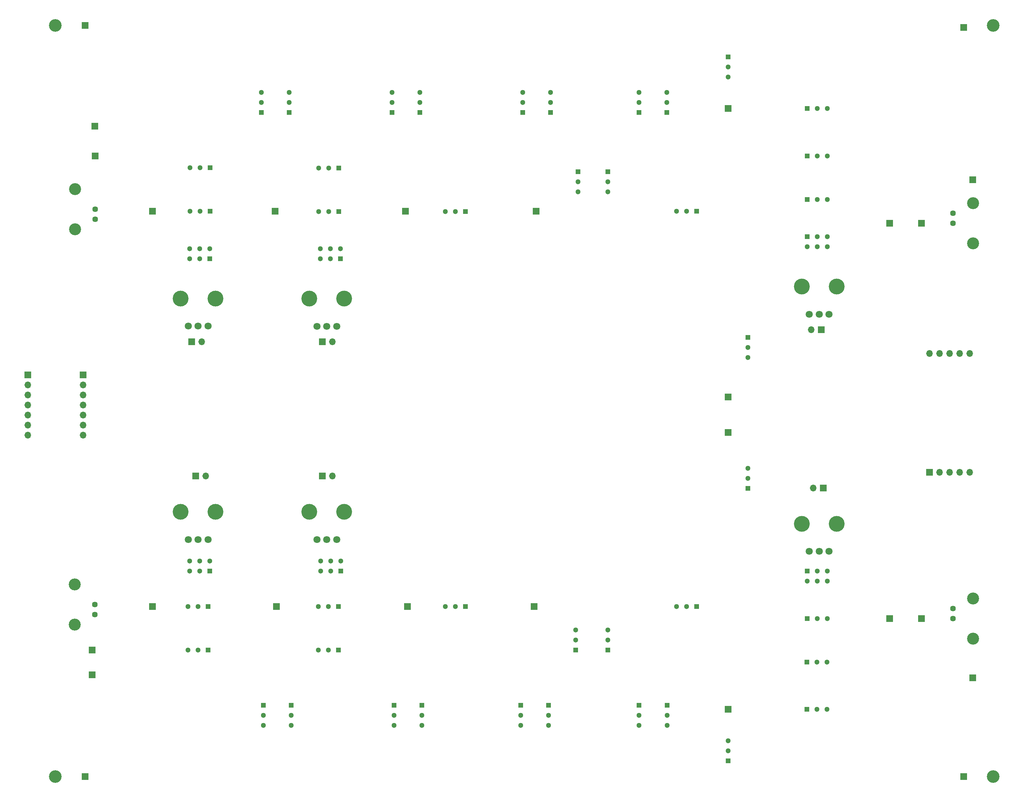
<source format=gbs>
%TF.GenerationSoftware,KiCad,Pcbnew,8.0.6*%
%TF.CreationDate,2025-08-20T21:32:22+02:00*%
%TF.ProjectId,OpAmpDevBoardProject,4f70416d-7044-4657-9642-6f6172645072,rev?*%
%TF.SameCoordinates,Original*%
%TF.FileFunction,Soldermask,Bot*%
%TF.FilePolarity,Negative*%
%FSLAX46Y46*%
G04 Gerber Fmt 4.6, Leading zero omitted, Abs format (unit mm)*
G04 Created by KiCad (PCBNEW 8.0.6) date 2025-08-20 21:32:22*
%MOMM*%
%LPD*%
G01*
G04 APERTURE LIST*
%ADD10R,1.300000X1.300000*%
%ADD11C,1.300000*%
%ADD12R,1.700000X1.700000*%
%ADD13C,1.446000*%
%ADD14C,3.015000*%
%ADD15C,4.000000*%
%ADD16C,1.800000*%
%ADD17O,1.700000X1.700000*%
%ADD18C,3.200000*%
G04 APERTURE END LIST*
D10*
%TO.C,SW118*%
X113580000Y-227000000D03*
D11*
X113580000Y-229540000D03*
X113580000Y-232080000D03*
%TD*%
D12*
%TO.C,J108*%
X224000000Y-158000000D03*
%TD*%
%TO.C,J123*%
X285805000Y-220000000D03*
%TD*%
%TO.C,J106*%
X143000000Y-202000000D03*
%TD*%
D10*
%TO.C,SW144*%
X125500000Y-213000000D03*
D11*
X122960000Y-213000000D03*
X120420000Y-213000000D03*
%TD*%
D13*
%TO.C,J121*%
X280805000Y-205000000D03*
X280805000Y-202460000D03*
D14*
X285885000Y-199920000D03*
X285885000Y-210080000D03*
%TD*%
D10*
%TO.C,SW105*%
X229000000Y-172080000D03*
D11*
X229000000Y-169540000D03*
X229000000Y-167000000D03*
%TD*%
D13*
%TO.C,J116*%
X280805000Y-105000000D03*
X280805000Y-102460000D03*
D14*
X285885000Y-99920000D03*
X285885000Y-110080000D03*
%TD*%
D10*
%TO.C,SW127*%
X229000000Y-133920000D03*
D11*
X229000000Y-136460000D03*
X229000000Y-139000000D03*
%TD*%
D10*
%TO.C,SW106*%
X243920000Y-228000000D03*
D11*
X246460000Y-228000000D03*
X249000000Y-228000000D03*
%TD*%
D10*
%TO.C,SW141*%
X92580000Y-213000000D03*
D11*
X90040000Y-213000000D03*
X87500000Y-213000000D03*
%TD*%
D12*
%TO.C,J104*%
X78500000Y-202000000D03*
%TD*%
D15*
%TO.C,RV101*%
X242600000Y-181050000D03*
X251400000Y-181050000D03*
D16*
X249500000Y-188050000D03*
X247000000Y-188050000D03*
X244500000Y-188050000D03*
%TD*%
D10*
%TO.C,SW149*%
X93000000Y-193000000D03*
D11*
X90460000Y-193000000D03*
X87920000Y-193000000D03*
X93000000Y-190460000D03*
X90460000Y-190460000D03*
X87920000Y-190460000D03*
%TD*%
D10*
%TO.C,SW109*%
X208500000Y-77050000D03*
D11*
X208500000Y-74510000D03*
X208500000Y-71970000D03*
%TD*%
D10*
%TO.C,SW119*%
X139580000Y-227000000D03*
D11*
X139580000Y-229540000D03*
X139580000Y-232080000D03*
%TD*%
D15*
%TO.C,RV107*%
X118180000Y-124100000D03*
X126980000Y-124100000D03*
D16*
X125080000Y-131100000D03*
X122580000Y-131100000D03*
X120080000Y-131100000D03*
%TD*%
D10*
%TO.C,SW102*%
X243920000Y-216000000D03*
D11*
X246460000Y-216000000D03*
X249000000Y-216000000D03*
%TD*%
D10*
%TO.C,SW133*%
X92580000Y-202000000D03*
D11*
X90040000Y-202000000D03*
X87500000Y-202000000D03*
%TD*%
D12*
%TO.C,J118*%
X264805000Y-105000000D03*
%TD*%
D10*
%TO.C,SW104*%
X224000000Y-241000000D03*
D11*
X224000000Y-238460000D03*
X224000000Y-235920000D03*
%TD*%
D10*
%TO.C,SW125*%
X201500000Y-227000000D03*
D11*
X201500000Y-229540000D03*
X201500000Y-232080000D03*
%TD*%
D12*
%TO.C,J120*%
X272805000Y-205000000D03*
%TD*%
%TO.C,J103*%
X224000000Y-76000000D03*
%TD*%
D10*
%TO.C,SW129*%
X244000000Y-99000000D03*
D11*
X246540000Y-99000000D03*
X249080000Y-99000000D03*
%TD*%
D15*
%TO.C,RV104*%
X118180000Y-178050000D03*
X126980000Y-178050000D03*
D16*
X125080000Y-185050000D03*
X122580000Y-185050000D03*
X120080000Y-185050000D03*
%TD*%
D12*
%TO.C,J131*%
X61500000Y-245000000D03*
%TD*%
D10*
%TO.C,SW112*%
X139080000Y-77050000D03*
D11*
X139080000Y-74510000D03*
X139080000Y-71970000D03*
%TD*%
D10*
%TO.C,SW113*%
X113080000Y-77050000D03*
D11*
X113080000Y-74510000D03*
X113080000Y-71970000D03*
%TD*%
D12*
%TO.C,J114*%
X63280000Y-213000000D03*
%TD*%
D10*
%TO.C,SW134*%
X125500000Y-202000000D03*
D11*
X122960000Y-202000000D03*
X120420000Y-202000000D03*
%TD*%
D12*
%TO.C,J109*%
X61000000Y-143380000D03*
D17*
X61000000Y-145920000D03*
X61000000Y-148460000D03*
X61000000Y-151000000D03*
X61000000Y-153540000D03*
X61000000Y-156080000D03*
X61000000Y-158620000D03*
%TD*%
D12*
%TO.C,J126*%
X142500000Y-102000000D03*
%TD*%
D10*
%TO.C,SW147*%
X216000000Y-202000000D03*
D11*
X213460000Y-202000000D03*
X210920000Y-202000000D03*
%TD*%
D10*
%TO.C,SW131*%
X244000000Y-108460000D03*
D11*
X246540000Y-108460000D03*
X249080000Y-108460000D03*
X244000000Y-111000000D03*
X246540000Y-111000000D03*
X249080000Y-111000000D03*
%TD*%
D12*
%TO.C,J129*%
X61500000Y-55000000D03*
%TD*%
%TO.C,J125*%
X109500000Y-102000000D03*
%TD*%
%TO.C,J130*%
X283500000Y-55500000D03*
%TD*%
D10*
%TO.C,SW120*%
X146580000Y-227000000D03*
D11*
X146580000Y-229540000D03*
X146580000Y-232080000D03*
%TD*%
D10*
%TO.C,SW138*%
X157580000Y-102050000D03*
D11*
X155040000Y-102050000D03*
X152500000Y-102050000D03*
%TD*%
D10*
%TO.C,SW116*%
X179080000Y-77050000D03*
D11*
X179080000Y-74510000D03*
X179080000Y-71970000D03*
%TD*%
D13*
%TO.C,J111*%
X64000000Y-201460000D03*
X64000000Y-204000000D03*
D14*
X58920000Y-206540000D03*
X58920000Y-196380000D03*
%TD*%
D10*
%TO.C,SW108*%
X193580000Y-91970000D03*
D11*
X193580000Y-94510000D03*
X193580000Y-97050000D03*
%TD*%
D10*
%TO.C,SW126*%
X208580000Y-227000000D03*
D11*
X208580000Y-229540000D03*
X208580000Y-232080000D03*
%TD*%
D12*
%TO.C,JP101*%
X89460000Y-169000000D03*
D17*
X92000000Y-169000000D03*
%TD*%
D12*
%TO.C,JP105*%
X121460000Y-135000000D03*
D17*
X124000000Y-135000000D03*
%TD*%
D12*
%TO.C,J122*%
X285805000Y-94000000D03*
%TD*%
%TO.C,J127*%
X175500000Y-102000000D03*
%TD*%
%TO.C,JP103*%
X248000000Y-172000000D03*
D17*
X245460000Y-172000000D03*
%TD*%
D12*
%TO.C,U101*%
X274920000Y-168000000D03*
D17*
X277460000Y-168000000D03*
X280000000Y-168000000D03*
X282540000Y-168000000D03*
X285080000Y-168000000D03*
X274920000Y-138000000D03*
X277460000Y-138000000D03*
X280000000Y-138000000D03*
X282540000Y-138000000D03*
X285080000Y-138000000D03*
%TD*%
D10*
%TO.C,SW130*%
X244000000Y-88000000D03*
D11*
X246540000Y-88000000D03*
X249080000Y-88000000D03*
%TD*%
D12*
%TO.C,J102*%
X224000000Y-228000000D03*
%TD*%
D10*
%TO.C,SW140*%
X93000000Y-114000000D03*
D11*
X90460000Y-114000000D03*
X87920000Y-114000000D03*
X93000000Y-111460000D03*
X90460000Y-111460000D03*
X87920000Y-111460000D03*
%TD*%
D10*
%TO.C,SW142*%
X126000000Y-114000000D03*
D11*
X123460000Y-114000000D03*
X120920000Y-114000000D03*
X126000000Y-111460000D03*
X123460000Y-111460000D03*
X120920000Y-111460000D03*
%TD*%
D10*
%TO.C,SW117*%
X106580000Y-227000000D03*
D11*
X106580000Y-229540000D03*
X106580000Y-232080000D03*
%TD*%
D10*
%TO.C,SW145*%
X93080000Y-91000000D03*
D11*
X90540000Y-91000000D03*
X88000000Y-91000000D03*
%TD*%
D10*
%TO.C,SW124*%
X193580000Y-213000000D03*
D11*
X193580000Y-210460000D03*
X193580000Y-207920000D03*
%TD*%
D10*
%TO.C,SW114*%
X106080000Y-77050000D03*
D11*
X106080000Y-74510000D03*
X106080000Y-71970000D03*
%TD*%
D10*
%TO.C,SW123*%
X185480000Y-213000000D03*
D11*
X185480000Y-210460000D03*
X185480000Y-207920000D03*
%TD*%
D15*
%TO.C,RV106*%
X85680000Y-124050000D03*
X94480000Y-124050000D03*
D16*
X92580000Y-131050000D03*
X90080000Y-131050000D03*
X87580000Y-131050000D03*
%TD*%
D10*
%TO.C,SW107*%
X186080000Y-91970000D03*
D11*
X186080000Y-94510000D03*
X186080000Y-97050000D03*
%TD*%
D12*
%TO.C,JP104*%
X88460000Y-135000000D03*
D17*
X91000000Y-135000000D03*
%TD*%
D10*
%TO.C,SW139*%
X126080000Y-193000000D03*
D11*
X123540000Y-193000000D03*
X121000000Y-193000000D03*
X126080000Y-190460000D03*
X123540000Y-190460000D03*
X121000000Y-190460000D03*
%TD*%
D10*
%TO.C,SW110*%
X201500000Y-77050000D03*
D11*
X201500000Y-74510000D03*
X201500000Y-71970000D03*
%TD*%
D12*
%TO.C,J128*%
X224000000Y-149000000D03*
%TD*%
D10*
%TO.C,SW132*%
X244000000Y-76000000D03*
D11*
X246540000Y-76000000D03*
X249080000Y-76000000D03*
%TD*%
D12*
%TO.C,JP102*%
X121460000Y-169000000D03*
D17*
X124000000Y-169000000D03*
%TD*%
D10*
%TO.C,SW111*%
X146080000Y-77050000D03*
D11*
X146080000Y-74510000D03*
X146080000Y-71970000D03*
%TD*%
D10*
%TO.C,SW135*%
X157580000Y-202000000D03*
D11*
X155040000Y-202000000D03*
X152500000Y-202000000D03*
%TD*%
D10*
%TO.C,SW101*%
X244000000Y-193000000D03*
D11*
X246540000Y-193000000D03*
X249080000Y-193000000D03*
X244000000Y-195540000D03*
X246540000Y-195540000D03*
X249080000Y-195540000D03*
%TD*%
D10*
%TO.C,SW136*%
X93080000Y-102000000D03*
D11*
X90540000Y-102000000D03*
X88000000Y-102000000D03*
%TD*%
D12*
%TO.C,J105*%
X109830000Y-202000000D03*
%TD*%
D15*
%TO.C,RV102*%
X242600000Y-121050000D03*
X251400000Y-121050000D03*
D16*
X249500000Y-128050000D03*
X247000000Y-128050000D03*
X244500000Y-128050000D03*
%TD*%
D12*
%TO.C,J101*%
X47025000Y-143380000D03*
D17*
X47025000Y-145920000D03*
X47025000Y-148460000D03*
X47025000Y-151000000D03*
X47025000Y-153540000D03*
X47025000Y-156080000D03*
X47025000Y-158620000D03*
%TD*%
D12*
%TO.C,JP106*%
X247540000Y-132000000D03*
D17*
X245000000Y-132000000D03*
%TD*%
D13*
%TO.C,J110*%
X64080000Y-101460000D03*
X64080000Y-104000000D03*
D14*
X59000000Y-106540000D03*
X59000000Y-96380000D03*
%TD*%
D12*
%TO.C,J115*%
X63280000Y-219250000D03*
%TD*%
D10*
%TO.C,SW146*%
X125580000Y-91050000D03*
D11*
X123040000Y-91050000D03*
X120500000Y-91050000D03*
%TD*%
D12*
%TO.C,J132*%
X283500000Y-245000000D03*
%TD*%
%TO.C,J112*%
X64000000Y-80450000D03*
%TD*%
D10*
%TO.C,SW103*%
X244000000Y-205000000D03*
D11*
X246540000Y-205000000D03*
X249080000Y-205000000D03*
%TD*%
D12*
%TO.C,J107*%
X175000000Y-202000000D03*
%TD*%
D10*
%TO.C,SW121*%
X171580000Y-227000000D03*
D11*
X171580000Y-229540000D03*
X171580000Y-232080000D03*
%TD*%
D12*
%TO.C,J124*%
X78500000Y-102000000D03*
%TD*%
D10*
%TO.C,SW148*%
X216000000Y-102000000D03*
D11*
X213460000Y-102000000D03*
X210920000Y-102000000D03*
%TD*%
D15*
%TO.C,RV103*%
X85680000Y-178050000D03*
X94480000Y-178050000D03*
D16*
X92580000Y-185050000D03*
X90080000Y-185050000D03*
X87580000Y-185050000D03*
%TD*%
D10*
%TO.C,SW122*%
X178580000Y-227000000D03*
D11*
X178580000Y-229540000D03*
X178580000Y-232080000D03*
%TD*%
D12*
%TO.C,J113*%
X64080000Y-88050000D03*
%TD*%
%TO.C,J117*%
X272805000Y-105000000D03*
%TD*%
D10*
%TO.C,SW115*%
X172080000Y-77050000D03*
D11*
X172080000Y-74510000D03*
X172080000Y-71970000D03*
%TD*%
D12*
%TO.C,J119*%
X264805000Y-205000000D03*
%TD*%
D10*
%TO.C,SW137*%
X125580000Y-102050000D03*
D11*
X123040000Y-102050000D03*
X120500000Y-102050000D03*
%TD*%
D10*
%TO.C,SW128*%
X224000000Y-63000000D03*
D11*
X224000000Y-65540000D03*
X224000000Y-68080000D03*
%TD*%
D18*
%TO.C,H102*%
X291000000Y-245000000D03*
%TD*%
%TO.C,H101*%
X54000000Y-245000000D03*
%TD*%
%TO.C,H104*%
X291000000Y-55000000D03*
%TD*%
%TO.C,H103*%
X54000000Y-55000000D03*
%TD*%
M02*

</source>
